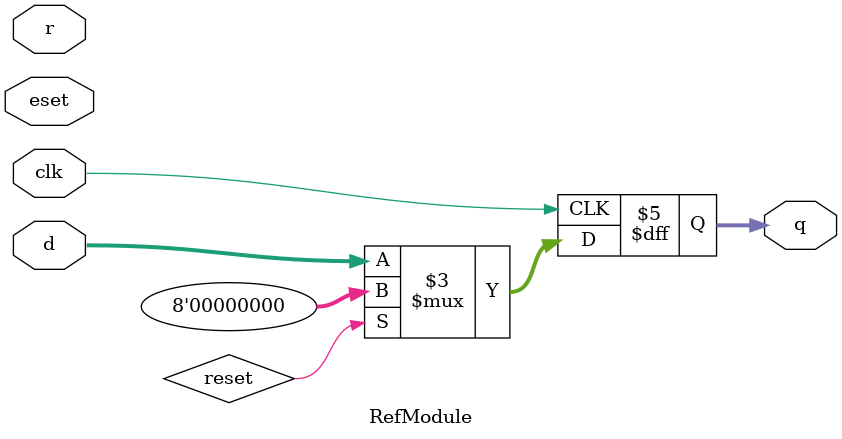
<source format=sv>

module RefModule (
  input clk,
  input [7:0] d,
  input r,eset,
  output reg [7:0] q
);

  always @(posedge clk)
    if (reset)
      q <= 0;
    else
      q <= d;

endmodule


</source>
